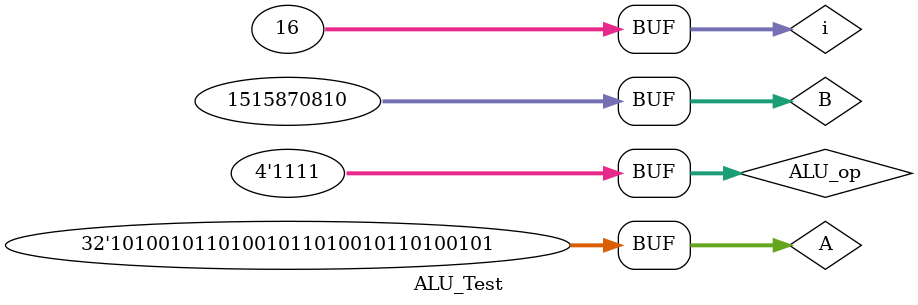
<source format=v>
`timescale 1ns / 1ps


module ALU_Test;

	// Inputs
	reg [31:0] A;
	reg [31:0] B;
	reg [3:0] ALU_op;

	// Outputs
	wire [31:0] res;
	wire zero;
	wire overflow;

	// Instantiate the Unit Under Test (UUT)
	ALU uut (
		.A(A), 
		.B(B), 
		.ALU_op(ALU_op), 
		.res(res), 
		.zero(zero), 
		.overflow(overflow)
	);
	integer i;
	
	initial begin
		// Initialize Inputs
		A = 0;
		B = 0;
		ALU_op = 0;
		// Wait 100 ns for global reset to finish
		#100;
      
		// Add stimulus here
		A = 32'hA5A5A5A5;
		B = 32'h5A5A5A5A;
		for(i=1;i<=15;i=i+1) begin
		#20 
		ALU_op = i;
		end
	end
      
endmodule


</source>
